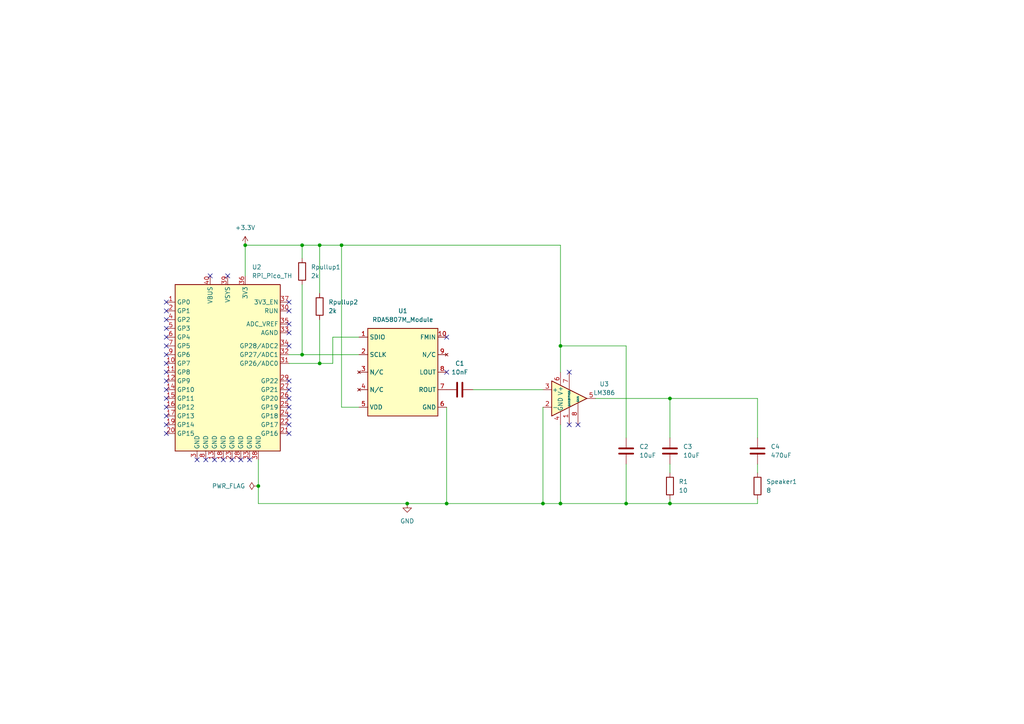
<source format=kicad_sch>
(kicad_sch (version 20230121) (generator eeschema)
  (paper "A4")
  (title_block (title "ECE 299 - Radio Clock - Lab 4") (date "2023-06-21") (rev "0"))
  (lib_symbols
    (symbol "Amplifier_Audio:LM386" (pin_names (offset 0.127))
      (property "Reference" "U" (at 1.27 7.62 0))
      (property "Value" "LM386" (at 1.27 5.08 0))
      (symbol "LM386_0_1"
        (polyline (pts (xy 5.08 0) (xy -5.08 5.08) (xy -5.08 -5.08) (xy 5.08 0)) (stroke (width 0.254)) (fill (type background)))
      )
      (symbol "LM386_1_1"
        (pin input line (at 0 -7.62 90) (length 5.08) (name "GAIN") (number "1"))
        (pin input line (at -7.62 -2.54 0) (length 2.54) (name "-") (number "2"))
        (pin input line (at -7.62 2.54 0) (length 2.54) (name "+") (number "3"))
        (pin power_in line (at -2.54 -7.62 90) (length 3.81) (name "GND") (number "4"))
        (pin output line (at 7.62 0 180) (length 2.54) (name "~") (number "5"))
        (pin power_in line (at -2.54 7.62 270) (length 3.81) (name "V+") (number "6"))
        (pin input line (at 0 7.62 270) (length 5.08) (name "BYPASS") (number "7"))
        (pin input line (at 2.54 -7.62 90) (length 6.35) (name "GAIN") (number "8"))
      )
    )
    (symbol "Device:C" (pin_numbers hide) (pin_names (offset 0.254))
      (property "Reference" "C" (at 0.635 2.54 0))
      (property "Value" "C" (at 0.635 -2.54 0))
      (symbol "C_0_1"
        (polyline (pts (xy -2.032 -0.762) (xy 2.032 -0.762)) (stroke (width 0.508)))
        (polyline (pts (xy -2.032 0.762) (xy 2.032 0.762)) (stroke (width 0.508)))
      )
      (symbol "C_1_1"
        (pin passive line (at 0 3.81 270) (length 2.794) (name "~") (number "1"))
        (pin passive line (at 0 -3.81 90) (length 2.794) (name "~") (number "2"))
      )
    )
    (symbol "Device:R" (pin_numbers hide) (pin_names (offset 0))
      (property "Reference" "R" (at 2.032 0 90))
      (property "Value" "R" (at 0 0 90))
      (symbol "R_0_1"
        (rectangle (start -1.016 -2.54) (end 1.016 2.54) (stroke (width 0.254)))
      )
      (symbol "R_1_1"
        (pin passive line (at 0 3.81 270) (length 1.27) (name "~") (number "1"))
        (pin passive line (at 0 -3.81 90) (length 1.27) (name "~") (number "2"))
      )
    )
    (symbol "ECE_G:RDA5807M_Module"
      (property "Reference" "U" (at -8.89 16.51 0))
      (property "Value" "RDA5807M_Module" (at -8.89 13.97 0))
      (symbol "RDA5807M_Module_0_1"
        (rectangle (start -10.16 12.7) (end 10.16 -12.7) (stroke (width 0.254)) (fill (type background)))
      )
      (symbol "RDA5807M_Module_1_1"
        (pin bidirectional line (at -12.7 10.16 0) (length 2.54) (name "SDIO") (number "1"))
        (pin input line (at 12.7 10.16 180) (length 2.54) (name "FMIN") (number "10"))
        (pin input line (at -12.7 5.08 0) (length 2.54) (name "SCLK") (number "2"))
        (pin no_connect line (at -12.7 0 0) (length 2.54) (name "N/C") (number "3"))
        (pin no_connect line (at -12.7 -5.08 0) (length 2.54) (name "N/C") (number "4"))
        (pin power_in line (at -12.7 -10.16 0) (length 2.54) (name "VDD") (number "5"))
        (pin power_in line (at 12.7 -10.16 180) (length 2.54) (name "GND") (number "6"))
        (pin output line (at 12.7 -5.08 180) (length 2.54) (name "ROUT") (number "7"))
        (pin output line (at 12.7 0 180) (length 2.54) (name "LOUT") (number "8"))
        (pin no_connect line (at 12.7 5.08 180) (length 2.54) (name "N/C") (number "9"))
      )
    )
    (symbol "ECE_G:RPi_Pico_TH"
      (property "Reference" "U?" (at 0 1.27 0))
      (property "Value" "RPi_Pico_TH" (at 0 -1.27 0))
      (symbol "RPi_Pico_TH_0_1"
        (rectangle (start -15.24 24.13) (end 15.24 -24.13) (stroke (width 0.254)) (fill (type background)))
      )
      (symbol "RPi_Pico_TH_1_1"
        (pin bidirectional line (at -17.78 19.05 0) (length 2.54) (name "GP0") (number "1"))
        (pin bidirectional line (at -17.78 1.27 0) (length 2.54) (name "GP7") (number "10"))
        (pin bidirectional line (at -17.78 -1.27 0) (length 2.54) (name "GP8") (number "11"))
        (pin bidirectional line (at -17.78 -3.81 0) (length 2.54) (name "GP9") (number "12"))
        (pin power_in line (at -3.81 -26.67 90) (length 2.54) (name "GND") (number "13"))
        (pin bidirectional line (at -17.78 -6.35 0) (length 2.54) (name "GP10") (number "14"))
        (pin bidirectional line (at -17.78 -8.89 0) (length 2.54) (name "GP11") (number "15"))
        (pin bidirectional line (at -17.78 -11.43 0) (length 2.54) (name "GP12") (number "16"))
        (pin bidirectional line (at -17.78 -13.97 0) (length 2.54) (name "GP13") (number "17"))
        (pin power_in line (at -1.27 -26.67 90) (length 2.54) (name "GND") (number "18"))
        (pin bidirectional line (at -17.78 -16.51 0) (length 2.54) (name "GP14") (number "19"))
        (pin bidirectional line (at -17.78 16.51 0) (length 2.54) (name "GP1") (number "2"))
        (pin bidirectional line (at -17.78 -19.05 0) (length 2.54) (name "GP15") (number "20"))
        (pin bidirectional line (at 17.78 -19.05 180) (length 2.54) (name "GP16") (number "21"))
        (pin bidirectional line (at 17.78 -16.51 180) (length 2.54) (name "GP17") (number "22"))
        (pin power_in line (at 1.27 -26.67 90) (length 2.54) (name "GND") (number "23"))
        (pin bidirectional line (at 17.78 -13.97 180) (length 2.54) (name "GP18") (number "24"))
        (pin bidirectional line (at 17.78 -11.43 180) (length 2.54) (name "GP19") (number "25"))
        (pin bidirectional line (at 17.78 -8.89 180) (length 2.54) (name "GP20") (number "26"))
        (pin bidirectional line (at 17.78 -6.35 180) (length 2.54) (name "GP21") (number "27"))
        (pin power_in line (at 3.81 -26.67 90) (length 2.54) (name "GND") (number "28"))
        (pin bidirectional line (at 17.78 -3.81 180) (length 2.54) (name "GP22") (number "29"))
        (pin power_in line (at -8.89 -26.67 90) (length 2.54) (name "GND") (number "3"))
        (pin input line (at 17.78 16.51 180) (length 2.54) (name "RUN") (number "30"))
        (pin bidirectional line (at 17.78 1.27 180) (length 2.54) (name "GP26/ADC0") (number "31"))
        (pin bidirectional line (at 17.78 3.81 180) (length 2.54) (name "GP27/ADC1") (number "32"))
        (pin power_in line (at 17.78 10.16 180) (length 2.54) (name "AGND") (number "33"))
        (pin power_in line (at 6.35 -26.67 90) (length 2.54) (name "GND") (number "33"))
        (pin bidirectional line (at 17.78 6.35 180) (length 2.54) (name "GP28/ADC2") (number "34"))
        (pin power_in line (at 17.78 12.7 180) (length 2.54) (name "ADC_VREF") (number "35"))
        (pin power_out line (at 5.08 26.67 270) (length 2.54) (name "3V3") (number "36"))
        (pin input line (at 17.78 19.05 180) (length 2.54) (name "3V3_EN") (number "37"))
        (pin power_in line (at 8.89 -26.67 90) (length 2.54) (name "GND") (number "38"))
        (pin power_out line (at 0 26.67 270) (length 2.54) (name "VSYS") (number "39"))
        (pin bidirectional line (at -17.78 13.97 0) (length 2.54) (name "GP2") (number "4"))
        (pin power_in line (at -5.08 26.67 270) (length 2.54) (name "VBUS") (number "40"))
        (pin bidirectional line (at -17.78 11.43 0) (length 2.54) (name "GP3") (number "5"))
        (pin bidirectional line (at -17.78 8.89 0) (length 2.54) (name "GP4") (number "6"))
        (pin bidirectional line (at -17.78 6.35 0) (length 2.54) (name "GP5") (number "7"))
        (pin power_in line (at -6.35 -26.67 90) (length 2.54) (name "GND") (number "8"))
        (pin bidirectional line (at -17.78 3.81 0) (length 2.54) (name "GP6") (number "9"))
      )
    )
    (symbol "power:+3.3V" (power) (pin_names (offset 0))
      (property "Value" "+3.3V" (at 0 3.556 0))
      (symbol "+3.3V_0_1"
        (polyline (pts (xy -0.762 1.27) (xy 0 2.54)))
        (polyline (pts (xy 0 0) (xy 0 2.54)))
        (polyline (pts (xy 0 2.54) (xy 0.762 1.27)))
      )
      (symbol "+3.3V_1_1"
        (pin power_in line (at 0 0 90) (length 0) hide (name "+3.3V") (number "1"))
      )
    )
    (symbol "power:GND" (power) (pin_names (offset 0))
      (property "Value" "GND" (at 0 -3.81 0))
      (symbol "GND_0_1"
        (polyline (pts (xy 0 0) (xy 0 -1.27) (xy 1.27 -1.27) (xy 0 -2.54) (xy -1.27 -1.27) (xy 0 -1.27)))
      )
      (symbol "GND_1_1"
        (pin power_in line (at 0 0 270) (length 0) hide (name "GND") (number "1"))
      )
    )
    (symbol "power:PWR_FLAG" (power) (pin_numbers hide) (pin_names (offset 0) hide)
      (property "Value" "PWR_FLAG" (at 0 3.81 0))
      (symbol "PWR_FLAG_0_0"
        (pin power_out line (at 0 0 90) (length 0) (name "pwr") (number "1"))
      )
      (symbol "PWR_FLAG_0_1"
        (polyline (pts (xy 0 0) (xy 0 1.27) (xy -1.016 1.905) (xy 0 2.54) (xy 1.016 1.905) (xy 0 1.27)))
      )
    )
  )
  (junction (at 162.56 146.05))
  (junction (at 92.71 105.41))
  (junction (at 194.31 146.05))
  (junction (at 87.63 102.87))
  (junction (at 92.71 71.12))
  (junction (at 74.93 140.97))
  (junction (at 181.61 146.05))
  (junction (at 87.63 71.12))
  (junction (at 194.31 115.57))
  (junction (at 129.54 146.05))
  (junction (at 71.12 71.12))
  (junction (at 118.11 146.05))
  (junction (at 162.56 100.33))
  (junction (at 99.06 71.12))
  (junction (at 157.48 146.05))
  (no_connect (at 83.82 96.52))
  (no_connect (at 83.82 113.03))
  (no_connect (at 129.54 97.79))
  (no_connect (at 48.26 87.63))
  (no_connect (at 48.26 97.79))
  (no_connect (at 83.82 87.63))
  (no_connect (at 48.26 100.33))
  (no_connect (at 48.26 92.71))
  (no_connect (at 64.77 133.35))
  (no_connect (at 48.26 123.19))
  (no_connect (at 57.15 133.35))
  (no_connect (at 60.96 80.01))
  (no_connect (at 48.26 105.41))
  (no_connect (at 59.69 133.35))
  (no_connect (at 48.26 107.95))
  (no_connect (at 165.1 123.19))
  (no_connect (at 66.04 80.01))
  (no_connect (at 83.82 115.57))
  (no_connect (at 83.82 90.17))
  (no_connect (at 48.26 102.87))
  (no_connect (at 48.26 120.65))
  (no_connect (at 48.26 125.73))
  (no_connect (at 83.82 118.11))
  (no_connect (at 83.82 93.98))
  (no_connect (at 83.82 100.33))
  (no_connect (at 83.82 110.49))
  (no_connect (at 48.26 90.17))
  (no_connect (at 67.31 133.35))
  (no_connect (at 69.85 133.35))
  (no_connect (at 48.26 118.11))
  (no_connect (at 83.82 123.19))
  (no_connect (at 48.26 115.57))
  (no_connect (at 83.82 120.65))
  (no_connect (at 48.26 110.49))
  (no_connect (at 48.26 95.25))
  (no_connect (at 165.1 107.95))
  (no_connect (at 72.39 133.35))
  (no_connect (at 83.82 125.73))
  (no_connect (at 48.26 113.03))
  (no_connect (at 129.54 107.95))
  (no_connect (at 167.64 123.19))
  (no_connect (at 62.23 133.35))
  (wire (pts (xy 92.71 105.41) (xy 96.52 105.41)))
  (wire (pts (xy 181.61 100.33) (xy 181.61 127)))
  (wire (pts (xy 92.71 71.12) (xy 99.06 71.12)))
  (wire (pts (xy 99.06 71.12) (xy 162.56 71.12)))
  (wire (pts (xy 87.63 102.87) (xy 104.14 102.87)))
  (wire (pts (xy 87.63 71.12) (xy 87.63 74.93)))
  (wire (pts (xy 172.72 115.57) (xy 194.31 115.57)))
  (wire (pts (xy 92.71 92.71) (xy 92.71 105.41)))
  (wire (pts (xy 181.61 134.62) (xy 181.61 146.05)))
  (wire (pts (xy 99.06 118.11) (xy 104.14 118.11)))
  (wire (pts (xy 129.54 146.05) (xy 157.48 146.05)))
  (wire (pts (xy 157.48 146.05) (xy 162.56 146.05)))
  (wire (pts (xy 219.71 115.57) (xy 219.71 127)))
  (wire (pts (xy 194.31 134.62) (xy 194.31 137.16)))
  (wire (pts (xy 162.56 123.19) (xy 162.56 146.05)))
  (wire (pts (xy 157.48 113.03) (xy 137.16 113.03)))
  (wire (pts (xy 194.31 146.05) (xy 219.71 146.05)))
  (wire (pts (xy 219.71 146.05) (xy 219.71 144.78)))
  (wire (pts (xy 129.54 146.05) (xy 129.54 118.11)))
  (wire (pts (xy 96.52 105.41) (xy 96.52 97.79)))
  (wire (pts (xy 118.11 146.05) (xy 129.54 146.05)))
  (wire (pts (xy 74.93 133.35) (xy 74.93 140.97)))
  (wire (pts (xy 194.31 127) (xy 194.31 115.57)))
  (wire (pts (xy 99.06 71.12) (xy 99.06 118.11)))
  (wire (pts (xy 157.48 118.11) (xy 157.48 146.05)))
  (wire (pts (xy 92.71 71.12) (xy 92.71 85.09)))
  (wire (pts (xy 219.71 137.16) (xy 219.71 134.62)))
  (wire (pts (xy 162.56 71.12) (xy 162.56 100.33)))
  (wire (pts (xy 181.61 146.05) (xy 194.31 146.05)))
  (wire (pts (xy 87.63 82.55) (xy 87.63 102.87)))
  (wire (pts (xy 74.93 140.97) (xy 74.93 146.05)))
  (wire (pts (xy 74.93 146.05) (xy 118.11 146.05)))
  (wire (pts (xy 87.63 71.12) (xy 92.71 71.12)))
  (wire (pts (xy 71.12 71.12) (xy 71.12 80.01)))
  (wire (pts (xy 83.82 102.87) (xy 87.63 102.87)))
  (wire (pts (xy 162.56 146.05) (xy 181.61 146.05)))
  (wire (pts (xy 96.52 97.79) (xy 104.14 97.79)))
  (wire (pts (xy 83.82 105.41) (xy 92.71 105.41)))
  (wire (pts (xy 194.31 115.57) (xy 219.71 115.57)))
  (wire (pts (xy 71.12 71.12) (xy 87.63 71.12)))
  (wire (pts (xy 194.31 146.05) (xy 194.31 144.78)))
  (wire (pts (xy 162.56 100.33) (xy 181.61 100.33)))
  (wire (pts (xy 162.56 100.33) (xy 162.56 107.95)))
  (symbol (lib_id "power:PWR_FLAG") (at 74.93 140.97 90) (unit 1)
    (property "Reference" "#FLG02" (effects hide))
    (property "Value" "PWR_FLAG" (at 71.12 140.97 90) (effects (justify left)))
  )
  (symbol (lib_id "ECE_G:RDA5807M_Module") (at 116.84 107.95 0) (unit 1)
    (property "Reference" "U1" (at 116.84 90.17 0))
    (property "Value" "RDA5807M_Module" (at 116.84 92.71 0))
    (property "Footprint" "ECE:RDA5807M_Module_TH" (effects hide))
  )
  (symbol (lib_id "Device:R") (at 92.71 88.9 0) (unit 1)
    (property "Reference" "Rpullup2" (at 95.25 87.63 0) (effects (justify left)))
    (property "Value" "2k" (at 95.25 90.17 0) (effects (justify left)))
    (property "Footprint" "Resistor_THT:R_Axial_DIN0207_L6.3mm_D2.5mm_P10.16mm_Horizontal" (effects hide))
  )
  (symbol (lib_id "power:GND") (at 118.11 146.05 0) (unit 1)
    (property "Reference" "#PWR01" (effects hide))
    (property "Value" "GND" (at 118.11 151.13 0))
  )
  (symbol (lib_id "Device:R") (at 87.63 78.74 0) (unit 1)
    (property "Reference" "Rpullup1" (at 90.17 77.47 0) (effects (justify left)))
    (property "Value" "2k" (at 90.17 80.01 0) (effects (justify left)))
    (property "Footprint" "Resistor_THT:R_Axial_DIN0207_L6.3mm_D2.5mm_P10.16mm_Horizontal" (effects hide))
  )
  (symbol (lib_id "Device:R") (at 219.71 140.97 0) (unit 1)
    (property "Reference" "Speaker1" (at 222.25 139.7 0) (effects (justify left)))
    (property "Value" "8" (at 222.25 142.24 0) (effects (justify left)))
    (property "Footprint" "Connector_PinHeader_2.54mm:PinHeader_1x02_P2.54mm_Vertical" (effects hide))
  )
  (symbol (lib_id "Device:R") (at 194.31 140.97 0) (unit 1)
    (property "Reference" "R1" (at 196.85 139.7 0) (effects (justify left)))
    (property "Value" "10" (at 196.85 142.24 0) (effects (justify left)))
    (property "Footprint" "Resistor_THT:R_Axial_DIN0207_L6.3mm_D2.5mm_P10.16mm_Horizontal" (effects hide))
  )
  (symbol (lib_id "ECE_G:RPi_Pico_TH") (at 66.04 106.68 0) (unit 1)
    (property "Reference" "U2" (at 73.0759 77.47 0) (effects (justify left)))
    (property "Value" "RPi_Pico_TH" (at 73.0759 80.01 0) (effects (justify left)))
    (property "Footprint" "ECE:RPi_Pico_TH" (effects hide))
  )
  (symbol (lib_id "power:+3.3V") (at 71.12 71.12 0) (unit 1)
    (property "Reference" "#PWR02" (effects hide))
    (property "Value" "+3.3V" (at 71.12 66.04 0))
  )
  (symbol (lib_id "Device:C") (at 219.71 130.81 0) (unit 1)
    (property "Reference" "C4" (at 223.52 129.54 0) (effects (justify left)))
    (property "Value" "470uF" (at 223.52 132.08 0) (effects (justify left)))
    (property "Footprint" "Capacitor_THT:CP_Radial_D6.3mm_P2.50mm" (effects hide))
  )
  (symbol (lib_id "Amplifier_Audio:LM386") (at 165.1 115.57 0) (unit 1)
    (property "Reference" "U3" (at 175.26 111.3791 0))
    (property "Value" "LM386" (at 175.26 113.9191 0))
    (property "Footprint" "Package_DIP:DIP-8_W7.62mm" (effects hide))
    (property "Datasheet" "http://www.ti.com/lit/ds/symlink/lm386.pdf" (effects hide))
  )
  (symbol (lib_id "Device:C") (at 133.35 113.03 90) (unit 1)
    (property "Reference" "C1" (at 133.35 105.41 90))
    (property "Value" "10nF" (at 133.35 107.95 90))
    (property "Footprint" "Capacitor_THT:C_Axial_L3.8mm_D2.6mm_P7.50mm_Horizontal" (effects hide))
  )
  (symbol (lib_id "Device:C") (at 194.31 130.81 0) (unit 1)
    (property "Reference" "C3" (at 198.12 129.54 0) (effects (justify left)))
    (property "Value" "10uF" (at 198.12 132.08 0) (effects (justify left)))
    (property "Footprint" "Capacitor_THT:CP_Radial_D6.3mm_P2.50mm" (effects hide))
  )
  (symbol (lib_id "Device:C") (at 181.61 130.81 0) (unit 1)
    (property "Reference" "C2" (at 185.42 129.54 0) (effects (justify left)))
    (property "Value" "10uF" (at 185.42 132.08 0) (effects (justify left)))
    (property "Footprint" "Capacitor_THT:CP_Radial_D6.3mm_P2.50mm" (effects hide))
  )
)
</source>
